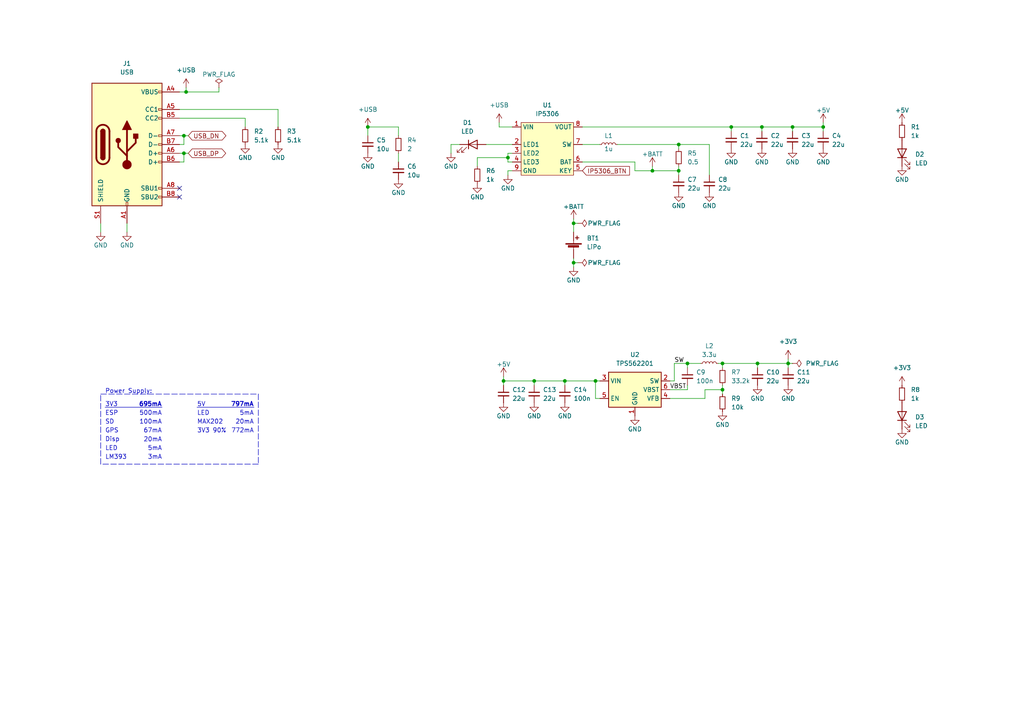
<source format=kicad_sch>
(kicad_sch (version 20211123) (generator eeschema)
  (paper "A4")
  (lib_symbols
    (symbol "Connector:USB_C_Receptacle_USB2.0" (pin_names (offset 1.016))
      (property "Reference" "J" (at -10.16 19.05 0))
      (property "Value" "USB_C_Receptacle_USB2.0" (at 19.05 19.05 0))
      (symbol "USB_C_Receptacle_USB2.0_0_0"
        (rectangle (start -0.254 -17.78) (end 0.254 -16.764))
        (rectangle (start 10.16 -14.986) (end 9.144 -15.494))
        (rectangle (start 10.16 -12.446) (end 9.144 -12.954))
        (rectangle (start 10.16 -4.826) (end 9.144 -5.334))
        (rectangle (start 10.16 -2.286) (end 9.144 -2.794))
        (rectangle (start 10.16 0.254) (end 9.144 -0.254))
        (rectangle (start 10.16 2.794) (end 9.144 2.286))
        (rectangle (start 10.16 7.874) (end 9.144 7.366))
        (rectangle (start 10.16 10.414) (end 9.144 9.906))
        (rectangle (start 10.16 15.494) (end 9.144 14.986))
      )
      (symbol "USB_C_Receptacle_USB2.0_0_1"
        (rectangle (start -10.16 17.78) (end 10.16 -17.78) (stroke (width 0.254)) (fill (type background)))
        (arc (start -8.89 -3.81) (mid -6.985 -5.715) (end -5.08 -3.81) (stroke (width 0.508)))
        (arc (start -7.62 -3.81) (mid -6.985 -4.445) (end -6.35 -3.81) (stroke (width 0.254)))
        (arc (start -7.62 -3.81) (mid -6.985 -4.445) (end -6.35 -3.81) (stroke (width 0.254)) (fill (type outline)))
        (rectangle (start -7.62 -3.81) (end -6.35 3.81) (stroke (width 0.254)) (fill (type outline)))
        (arc (start -6.35 3.81) (mid -6.985 4.445) (end -7.62 3.81) (stroke (width 0.254)))
        (arc (start -6.35 3.81) (mid -6.985 4.445) (end -7.62 3.81) (stroke (width 0.254)) (fill (type outline)))
        (arc (start -5.08 3.81) (mid -6.985 5.715) (end -8.89 3.81) (stroke (width 0.508)))
        (circle (center -2.54 1.143) (radius 0.635) (stroke (width 0.254)) (fill (type outline)))
        (circle (center 0 -5.842) (radius 1.27) (fill (type outline)))
        (polyline (pts (xy -8.89 -3.81) (xy -8.89 3.81)) (stroke (width 0.508)))
        (polyline (pts (xy -5.08 3.81) (xy -5.08 -3.81)) (stroke (width 0.508)))
        (polyline (pts (xy 0 -5.842) (xy 0 4.318)) (stroke (width 0.508)))
        (polyline (pts (xy 0 -3.302) (xy -2.54 -0.762) (xy -2.54 0.508)) (stroke (width 0.508)))
        (polyline (pts (xy 0 -2.032) (xy 2.54 0.508) (xy 2.54 1.778)) (stroke (width 0.508)))
        (polyline (pts (xy -1.27 4.318) (xy 0 6.858) (xy 1.27 4.318) (xy -1.27 4.318)) (stroke (width 0.254)) (fill (type outline)))
        (rectangle (start 1.905 1.778) (end 3.175 3.048) (stroke (width 0.254)) (fill (type outline)))
      )
      (symbol "USB_C_Receptacle_USB2.0_1_1"
        (pin passive line (at 0 -22.86 90) (length 5.08) (name "GND") (number "A1"))
        (pin passive line (at 0 -22.86 90) (length 5.08) hide (name "GND") (number "A12"))
        (pin passive line (at 15.24 15.24 180) (length 5.08) (name "VBUS") (number "A4"))
        (pin bidirectional line (at 15.24 10.16 180) (length 5.08) (name "CC1") (number "A5"))
        (pin bidirectional line (at 15.24 -2.54 180) (length 5.08) (name "D+") (number "A6"))
        (pin bidirectional line (at 15.24 2.54 180) (length 5.08) (name "D-") (number "A7"))
        (pin bidirectional line (at 15.24 -12.7 180) (length 5.08) (name "SBU1") (number "A8"))
        (pin passive line (at 15.24 15.24 180) (length 5.08) hide (name "VBUS") (number "A9"))
        (pin passive line (at 0 -22.86 90) (length 5.08) hide (name "GND") (number "B1"))
        (pin passive line (at 0 -22.86 90) (length 5.08) hide (name "GND") (number "B12"))
        (pin passive line (at 15.24 15.24 180) (length 5.08) hide (name "VBUS") (number "B4"))
        (pin bidirectional line (at 15.24 7.62 180) (length 5.08) (name "CC2") (number "B5"))
        (pin bidirectional line (at 15.24 -5.08 180) (length 5.08) (name "D+") (number "B6"))
        (pin bidirectional line (at 15.24 0 180) (length 5.08) (name "D-") (number "B7"))
        (pin bidirectional line (at 15.24 -15.24 180) (length 5.08) (name "SBU2") (number "B8"))
        (pin passive line (at 15.24 15.24 180) (length 5.08) hide (name "VBUS") (number "B9"))
        (pin passive line (at -7.62 -22.86 90) (length 5.08) (name "SHIELD") (number "S1"))
      )
    )
    (symbol "Device:Battery_Cell" (pin_numbers hide) (pin_names (offset 0) hide)
      (property "Reference" "BT" (at 2.54 2.54 0))
      (property "Value" "Battery_Cell" (at 2.54 0 0))
      (symbol "Battery_Cell_0_1"
        (rectangle (start -2.286 1.778) (end 2.286 1.524) (fill (type outline)))
        (rectangle (start -1.5748 1.1938) (end 1.4732 0.6858) (fill (type outline)))
        (polyline (pts (xy 0 0.762) (xy 0 0)))
        (polyline (pts (xy 0 1.778) (xy 0 2.54)))
        (polyline (pts (xy 0.508 3.429) (xy 1.524 3.429)) (stroke (width 0.254)))
        (polyline (pts (xy 1.016 3.937) (xy 1.016 2.921)) (stroke (width 0.254)))
      )
      (symbol "Battery_Cell_1_1"
        (pin passive line (at 0 5.08 270) (length 2.54) (name "+") (number "1"))
        (pin passive line (at 0 -2.54 90) (length 2.54) (name "-") (number "2"))
      )
    )
    (symbol "Device:C_Small" (pin_numbers hide) (pin_names (offset 0.254) hide)
      (property "Reference" "C" (at 0.254 1.778 0))
      (property "Value" "C_Small" (at 0.254 -2.032 0))
      (symbol "C_Small_0_1"
        (polyline (pts (xy -1.524 -0.508) (xy 1.524 -0.508)) (stroke (width 0.3302)))
        (polyline (pts (xy -1.524 0.508) (xy 1.524 0.508)) (stroke (width 0.3048)))
      )
      (symbol "C_Small_1_1"
        (pin passive line (at 0 2.54 270) (length 2.032) (name "~") (number "1"))
        (pin passive line (at 0 -2.54 90) (length 2.032) (name "~") (number "2"))
      )
    )
    (symbol "Device:LED" (pin_numbers hide) (pin_names (offset 1.016) hide)
      (property "Reference" "D" (at 0 2.54 0))
      (property "Value" "LED" (at 0 -2.54 0))
      (symbol "LED_0_1"
        (polyline (pts (xy -1.27 -1.27) (xy -1.27 1.27)) (stroke (width 0.254)))
        (polyline (pts (xy -1.27 0) (xy 1.27 0)))
        (polyline (pts (xy 1.27 -1.27) (xy 1.27 1.27) (xy -1.27 0) (xy 1.27 -1.27)) (stroke (width 0.254)))
        (polyline (pts (xy -3.048 -0.762) (xy -4.572 -2.286) (xy -3.81 -2.286) (xy -4.572 -2.286) (xy -4.572 -1.524)))
        (polyline (pts (xy -1.778 -0.762) (xy -3.302 -2.286) (xy -2.54 -2.286) (xy -3.302 -2.286) (xy -3.302 -1.524)))
      )
      (symbol "LED_1_1"
        (pin passive line (at -3.81 0 0) (length 2.54) (name "K") (number "1"))
        (pin passive line (at 3.81 0 180) (length 2.54) (name "A") (number "2"))
      )
    )
    (symbol "Device:L_Small" (pin_numbers hide) (pin_names (offset 0.254) hide)
      (property "Reference" "L" (at 0.762 1.016 0))
      (property "Value" "L_Small" (at 0.762 -1.016 0))
      (symbol "L_Small_0_1"
        (arc (start 0 -2.032) (mid 0.508 -1.524) (end 0 -1.016))
        (arc (start 0 -1.016) (mid 0.508 -0.508) (end 0 0))
        (arc (start 0 0) (mid 0.508 0.508) (end 0 1.016))
        (arc (start 0 1.016) (mid 0.508 1.524) (end 0 2.032))
      )
      (symbol "L_Small_1_1"
        (pin passive line (at 0 2.54 270) (length 0.508) (name "~") (number "1"))
        (pin passive line (at 0 -2.54 90) (length 0.508) (name "~") (number "2"))
      )
    )
    (symbol "Device:R_Small" (pin_numbers hide) (pin_names (offset 0.254) hide)
      (property "Reference" "R" (at 0.762 0.508 0))
      (property "Value" "R_Small" (at 0.762 -1.016 0))
      (symbol "R_Small_0_1"
        (rectangle (start -0.762 1.778) (end 0.762 -1.778) (stroke (width 0.2032)))
      )
      (symbol "R_Small_1_1"
        (pin passive line (at 0 2.54 270) (length 0.762) (name "~") (number "1"))
        (pin passive line (at 0 -2.54 90) (length 0.762) (name "~") (number "2"))
      )
    )
    (symbol "OBSPro:+USB" (power) (pin_names (offset 0))
      (property "Value" "+USB" (at 0 3.556 0))
      (symbol "+USB_0_1"
        (polyline (pts (xy -0.762 1.27) (xy 0 2.54)))
        (polyline (pts (xy 0 0) (xy 0 2.54)))
        (polyline (pts (xy 0 2.54) (xy 0.762 1.27)))
      )
      (symbol "+USB_1_1"
        (pin power_in line (at 0 0 90) (length 0) hide (name "+USB") (number "1"))
      )
    )
    (symbol "OBSPro:IP5306"
      (property "Reference" "U" (at 0 7.62 0))
      (property "Value" "IP5306" (at 0 -10.16 0))
      (symbol "IP5306_0_1"
        (rectangle (start -7.62 6.35) (end 7.62 -8.89) (fill (type background)))
      )
      (symbol "IP5306_1_1"
        (pin power_in line (at -10.16 5.08 0) (length 2.54) (name "VIN") (number "1"))
        (pin bidirectional line (at -10.16 0 0) (length 2.54) (name "LED1") (number "2"))
        (pin bidirectional line (at -10.16 -2.54 0) (length 2.54) (name "LED2") (number "3"))
        (pin bidirectional line (at -10.16 -5.08 0) (length 2.54) (name "LED3") (number "4"))
        (pin input line (at 10.16 -7.62 180) (length 2.54) (name "KEY") (number "5"))
        (pin passive line (at 10.16 -5.08 180) (length 2.54) (name "BAT") (number "6"))
        (pin passive line (at 10.16 0 180) (length 2.54) (name "SW") (number "7"))
        (pin power_out line (at 10.16 5.08 180) (length 2.54) (name "VOUT") (number "8"))
        (pin power_in line (at -10.16 -7.62 0) (length 2.54) (name "GND") (number "9"))
      )
    )
    (symbol "Regulator_Switching:TPS562200"
      (property "Reference" "U" (at -7.62 6.35 0))
      (property "Value" "TPS562200" (at -2.54 6.35 0))
      (symbol "TPS562200_0_1"
        (rectangle (start -7.62 5.08) (end 7.62 -5.08) (stroke (width 0.254)) (fill (type background)))
      )
      (symbol "TPS562200_1_1"
        (pin power_in line (at 0 -7.62 90) (length 2.54) (name "GND") (number "1"))
        (pin output line (at 10.16 2.54 180) (length 2.54) (name "SW") (number "2"))
        (pin power_in line (at -10.16 2.54 0) (length 2.54) (name "VIN") (number "3"))
        (pin input line (at 10.16 -2.54 180) (length 2.54) (name "VFB") (number "4"))
        (pin input line (at -10.16 -2.54 0) (length 2.54) (name "EN") (number "5"))
        (pin passive line (at 10.16 0 180) (length 2.54) (name "VBST") (number "6"))
      )
    )
    (symbol "power:+3V3" (power) (pin_names (offset 0))
      (property "Value" "+3V3" (at 0 3.556 0))
      (symbol "+3V3_0_1"
        (polyline (pts (xy -0.762 1.27) (xy 0 2.54)))
        (polyline (pts (xy 0 0) (xy 0 2.54)))
        (polyline (pts (xy 0 2.54) (xy 0.762 1.27)))
      )
      (symbol "+3V3_1_1"
        (pin power_in line (at 0 0 90) (length 0) hide (name "+3V3") (number "1"))
      )
    )
    (symbol "power:+5V" (power) (pin_names (offset 0))
      (property "Value" "+5V" (at 0 3.556 0))
      (symbol "+5V_0_1"
        (polyline (pts (xy -0.762 1.27) (xy 0 2.54)))
        (polyline (pts (xy 0 0) (xy 0 2.54)))
        (polyline (pts (xy 0 2.54) (xy 0.762 1.27)))
      )
      (symbol "+5V_1_1"
        (pin power_in line (at 0 0 90) (length 0) hide (name "+5V") (number "1"))
      )
    )
    (symbol "power:+BATT" (power) (pin_names (offset 0))
      (property "Value" "+BATT" (at 0 3.556 0))
      (symbol "+BATT_0_1"
        (polyline (pts (xy -0.762 1.27) (xy 0 2.54)))
        (polyline (pts (xy 0 0) (xy 0 2.54)))
        (polyline (pts (xy 0 2.54) (xy 0.762 1.27)))
      )
      (symbol "+BATT_1_1"
        (pin power_in line (at 0 0 90) (length 0) hide (name "+BATT") (number "1"))
      )
    )
    (symbol "power:GND" (power) (pin_names (offset 0))
      (property "Value" "GND" (at 0 -3.81 0))
      (symbol "GND_0_1"
        (polyline (pts (xy 0 0) (xy 0 -1.27) (xy 1.27 -1.27) (xy 0 -2.54) (xy -1.27 -1.27) (xy 0 -1.27)))
      )
      (symbol "GND_1_1"
        (pin power_in line (at 0 0 270) (length 0) hide (name "GND") (number "1"))
      )
    )
    (symbol "power:PWR_FLAG" (power) (pin_numbers hide) (pin_names (offset 0) hide)
      (property "Value" "PWR_FLAG" (at 0 3.81 0))
      (symbol "PWR_FLAG_0_0"
        (pin power_out line (at 0 0 90) (length 0) (name "pwr") (number "1"))
      )
      (symbol "PWR_FLAG_0_1"
        (polyline (pts (xy 0 0) (xy 0 1.27) (xy -1.016 1.905) (xy 0 2.54) (xy 1.016 1.905) (xy 0 1.27)))
      )
    )
  )
  (junction (at 146.05 110.49))
  (junction (at 53.975 26.67))
  (junction (at 219.71 105.41))
  (junction (at 196.85 49.53))
  (junction (at 209.55 105.41))
  (junction (at 228.6 105.41))
  (junction (at 172.72 110.49))
  (junction (at 163.83 110.49))
  (junction (at 166.37 64.77))
  (junction (at 154.94 110.49))
  (junction (at 229.87 36.83))
  (junction (at 189.23 49.53))
  (junction (at 53.34 44.45))
  (junction (at 106.68 36.83))
  (junction (at 196.85 41.91))
  (junction (at 238.76 36.83))
  (junction (at 209.55 113.03))
  (junction (at 53.34 39.37))
  (junction (at 147.32 45.72))
  (junction (at 166.37 76.2))
  (junction (at 212.09 36.83))
  (junction (at 220.98 36.83))
  (junction (at 199.39 105.41))
  (no_connect (at 52.07 54.61))
  (no_connect (at 52.07 57.15))
  (wire (pts (xy 212.09 36.83) (xy 220.98 36.83)))
  (wire (pts (xy 208.28 105.41) (xy 209.55 105.41)))
  (wire (pts (xy 212.09 36.83) (xy 212.09 38.1)))
  (wire (pts (xy 194.31 113.03) (xy 199.39 113.03)))
  (wire (pts (xy 204.47 115.57) (xy 194.31 115.57)))
  (wire (pts (xy 144.78 36.83) (xy 144.78 35.56)))
  (polyline (pts (xy 74.93 134.62) (xy 29.21 134.62)))
  (wire (pts (xy 36.83 64.77) (xy 36.83 67.31)))
  (wire (pts (xy 195.58 105.41) (xy 199.39 105.41)))
  (wire (pts (xy 204.47 113.03) (xy 204.47 115.57)))
  (wire (pts (xy 130.81 44.45) (xy 130.81 41.91)))
  (wire (pts (xy 229.87 36.83) (xy 238.76 36.83)))
  (wire (pts (xy 189.23 48.26) (xy 189.23 49.53)))
  (wire (pts (xy 52.07 31.75) (xy 80.645 31.75)))
  (wire (pts (xy 209.55 111.76) (xy 209.55 113.03)))
  (wire (pts (xy 63.5 25.4) (xy 63.5 26.67)))
  (wire (pts (xy 53.975 26.67) (xy 63.5 26.67)))
  (wire (pts (xy 205.74 41.91) (xy 196.85 41.91)))
  (wire (pts (xy 209.55 113.03) (xy 204.47 113.03)))
  (wire (pts (xy 146.05 110.49) (xy 146.05 111.76)))
  (wire (pts (xy 29.21 67.31) (xy 29.21 64.77)))
  (wire (pts (xy 199.39 113.03) (xy 199.39 111.76)))
  (wire (pts (xy 166.37 63.5) (xy 166.37 64.77)))
  (wire (pts (xy 166.37 64.77) (xy 166.37 67.31)))
  (wire (pts (xy 166.37 76.2) (xy 167.64 76.2)))
  (wire (pts (xy 172.72 110.49) (xy 173.99 110.49)))
  (wire (pts (xy 189.23 49.53) (xy 196.85 49.53)))
  (wire (pts (xy 173.99 115.57) (xy 172.72 115.57)))
  (wire (pts (xy 199.39 105.41) (xy 203.2 105.41)))
  (wire (pts (xy 147.32 45.72) (xy 147.32 46.99)))
  (wire (pts (xy 52.07 41.91) (xy 53.34 41.91)))
  (wire (pts (xy 53.34 44.45) (xy 54.61 44.45)))
  (wire (pts (xy 130.81 41.91) (xy 133.35 41.91)))
  (wire (pts (xy 147.32 45.72) (xy 138.43 45.72)))
  (wire (pts (xy 71.12 34.29) (xy 71.12 36.83)))
  (wire (pts (xy 238.76 35.56) (xy 238.76 36.83)))
  (wire (pts (xy 168.91 41.91) (xy 173.99 41.91)))
  (wire (pts (xy 196.85 50.8) (xy 196.85 49.53)))
  (wire (pts (xy 172.72 115.57) (xy 172.72 110.49)))
  (wire (pts (xy 166.37 77.47) (xy 166.37 76.2)))
  (wire (pts (xy 168.91 36.83) (xy 212.09 36.83)))
  (wire (pts (xy 184.15 49.53) (xy 189.23 49.53)))
  (wire (pts (xy 115.57 44.45) (xy 115.57 46.99)))
  (wire (pts (xy 228.6 105.41) (xy 228.6 106.68)))
  (wire (pts (xy 147.32 49.53) (xy 148.59 49.53)))
  (polyline (pts (xy 74.93 114.3) (xy 74.93 134.62)))
  (wire (pts (xy 205.74 41.91) (xy 205.74 50.8)))
  (wire (pts (xy 163.83 110.49) (xy 172.72 110.49)))
  (wire (pts (xy 209.55 113.03) (xy 209.55 114.3)))
  (polyline (pts (xy 29.21 134.62) (xy 29.21 114.3)))
  (wire (pts (xy 220.98 36.83) (xy 220.98 38.1)))
  (wire (pts (xy 53.34 41.91) (xy 53.34 39.37)))
  (polyline (pts (xy 30.48 118.11) (xy 46.99 118.11)) (stroke (width 0) (type solid)))
  (wire (pts (xy 154.94 110.49) (xy 163.83 110.49)))
  (wire (pts (xy 219.71 105.41) (xy 228.6 105.41)))
  (wire (pts (xy 80.645 31.75) (xy 80.645 36.83)))
  (wire (pts (xy 147.32 44.45) (xy 147.32 45.72)))
  (wire (pts (xy 220.98 36.83) (xy 229.87 36.83)))
  (wire (pts (xy 53.34 46.99) (xy 53.34 44.45)))
  (wire (pts (xy 106.68 36.83) (xy 106.68 39.37)))
  (wire (pts (xy 209.55 105.41) (xy 209.55 106.68)))
  (polyline (pts (xy 29.21 114.3) (xy 74.93 114.3)))
  (wire (pts (xy 196.85 48.26) (xy 196.85 49.53)))
  (wire (pts (xy 195.58 110.49) (xy 195.58 105.41)))
  (wire (pts (xy 148.59 44.45) (xy 147.32 44.45)))
  (wire (pts (xy 148.59 36.83) (xy 144.78 36.83)))
  (wire (pts (xy 147.32 50.8) (xy 147.32 49.53)))
  (wire (pts (xy 229.87 36.83) (xy 229.87 38.1)))
  (wire (pts (xy 154.94 110.49) (xy 154.94 111.76)))
  (wire (pts (xy 184.15 49.53) (xy 184.15 46.99)))
  (wire (pts (xy 138.43 45.72) (xy 138.43 48.26)))
  (wire (pts (xy 140.97 41.91) (xy 148.59 41.91)))
  (wire (pts (xy 147.32 46.99) (xy 148.59 46.99)))
  (wire (pts (xy 53.34 39.37) (xy 54.61 39.37)))
  (wire (pts (xy 52.07 34.29) (xy 71.12 34.29)))
  (wire (pts (xy 146.05 110.49) (xy 154.94 110.49)))
  (wire (pts (xy 199.39 105.41) (xy 199.39 106.68)))
  (wire (pts (xy 52.07 39.37) (xy 53.34 39.37)))
  (wire (pts (xy 106.68 36.83) (xy 115.57 36.83)))
  (wire (pts (xy 196.85 41.91) (xy 196.85 43.18)))
  (wire (pts (xy 219.71 105.41) (xy 219.71 106.68)))
  (wire (pts (xy 209.55 105.41) (xy 219.71 105.41)))
  (wire (pts (xy 228.6 105.41) (xy 229.87 105.41)))
  (wire (pts (xy 146.05 109.22) (xy 146.05 110.49)))
  (wire (pts (xy 179.07 41.91) (xy 196.85 41.91)))
  (wire (pts (xy 52.07 26.67) (xy 53.975 26.67)))
  (wire (pts (xy 184.15 46.99) (xy 168.91 46.99)))
  (wire (pts (xy 194.31 110.49) (xy 195.58 110.49)))
  (wire (pts (xy 53.975 26.67) (xy 53.975 25.4)))
  (wire (pts (xy 115.57 36.83) (xy 115.57 39.37)))
  (wire (pts (xy 52.07 46.99) (xy 53.34 46.99)))
  (polyline (pts (xy 57.15 118.11) (xy 73.66 118.11)) (stroke (width 0) (type solid)))
  (wire (pts (xy 166.37 76.2) (xy 166.37 74.93)))
  (wire (pts (xy 163.83 110.49) (xy 163.83 111.76)))
  (wire (pts (xy 238.76 36.83) (xy 238.76 38.1)))
  (wire (pts (xy 52.07 44.45) (xy 53.34 44.45)))
  (wire (pts (xy 228.6 104.14) (xy 228.6 105.41)))
  (wire (pts (xy 166.37 64.77) (xy 167.64 64.77)))
  (text "3V3 90%" (at 57.15 125.73 0) (effects (font (size 1.27 1.27)) (justify left bottom)))
  (text "Power Supply:" (at 30.48 114.3 0) (effects (font (size 1.27 1.27)) (justify left bottom)))
  (text "GPS" (at 30.48 125.73 0) (effects (font (size 1.27 1.27)) (justify left bottom)))
  (text "100mA" (at 46.99 123.19 180) (effects (font (size 1.27 1.27)) (justify right bottom)))
  (text "3mA" (at 47.0131 133.4055 180) (effects (font (size 1.27 1.27)) (justify right bottom)))
  (text "5mA" (at 73.66 120.65 180) (effects (font (size 1.27 1.27)) (justify right bottom)))
  (text "772mA" (at 73.66 125.73 180) (effects (font (size 1.27 1.27)) (justify right bottom)))
  (text "500mA" (at 46.99 120.65 180) (effects (font (size 1.27 1.27)) (justify right bottom)))
  (text "LM393" (at 30.5031 133.4055 0) (effects (font (size 1.27 1.27)) (justify left bottom)))
  (text "797mA" (at 73.66 118.11 180) (effects (font (size 1.27 1.27) (thickness 0.254) bold) (justify right bottom)))
  (text "67mA" (at 46.99 125.73 180) (effects (font (size 1.27 1.27)) (justify right bottom)))
  (text "MAX202" (at 57.15 123.19 0) (effects (font (size 1.27 1.27)) (justify left bottom)))
  (text "20mA" (at 73.66 123.19 180) (effects (font (size 1.27 1.27)) (justify right bottom)))
  (text "695mA" (at 46.99 118.11 180) (effects (font (size 1.27 1.27) (thickness 0.254) bold) (justify right bottom)))
  (text "20mA" (at 47.0131 128.3255 180) (effects (font (size 1.27 1.27)) (justify right bottom)))
  (text "3V3" (at 30.48 118.11 0) (effects (font (size 1.27 1.27)) (justify left bottom)))
  (text "LED" (at 57.15 120.65 0) (effects (font (size 1.27 1.27)) (justify left bottom)))
  (text "ESP" (at 30.48 120.65 0) (effects (font (size 1.27 1.27)) (justify left bottom)))
  (text "SD" (at 30.48 123.19 0) (effects (font (size 1.27 1.27)) (justify left bottom)))
  (text "5V" (at 57.15 118.11 0) (effects (font (size 1.27 1.27)) (justify left bottom)))
  (text "Disp" (at 30.48 128.27 0) (effects (font (size 1.27 1.27)) (justify left bottom)))
  (text "5mA" (at 47.0131 130.8655 180) (effects (font (size 1.27 1.27)) (justify right bottom)))
  (text "LED" (at 30.5031 130.8655 0) (effects (font (size 1.27 1.27)) (justify left bottom)))
  (label "SW" (at 195.58 105.41 0))
  (label "VBST" (at 194.31 113.03 0))
  (global_label "IP5306_BTN" (shape input) (at 168.91 49.53 0) (property "Referenzen zwischen Schaltplänen" "${INTERSHEET_REFS}" (effects hide)))
  (global_label "USB_DN" (shape bidirectional) (at 54.61 39.37 0) (property "Referenzen zwischen Schaltplänen" "${INTERSHEET_REFS}" (effects hide)))
  (global_label "USB_DP" (shape bidirectional) (at 54.61 44.45 0) (property "Referenzen zwischen Schaltplänen" "${INTERSHEET_REFS}" (effects hide)))
  (symbol (lib_id "Device:Battery_Cell") (at 166.37 72.39 0) (unit 1)
    (property "Reference" "BT1" (at 170.18 69.0879 0) (effects (justify left)))
    (property "Value" "LiPo" (at 170.18 71.6279 0) (effects (justify left)))
    (property "Footprint" "Connector_JST:JST_XH_B2B-XH-A_1x02_P2.50mm_Vertical" (effects hide))
    (property "JLC_PN" "C2979476" (effects hide))
    (property "MPN" "HC-XH-2A-M" (effects hide))
    (property "Manufacturer" "HCTL" (effects hide))
  )
  (symbol (lib_id "Device:C_Small") (at 238.76 40.64 0) (unit 1)
    (property "Reference" "C4" (at 241.3 39.3762 0) (effects (justify left)))
    (property "Value" "22u" (at 241.3 41.9162 0) (effects (justify left)))
    (property "Footprint" "Capacitor_SMD:C_1206_3216Metric" (effects hide))
    (property "JLC_BasicPart" "yes" (effects hide))
    (property "JLC_PN" "C5672" (effects hide))
    (property "MPN" "CL31A226KPHNNNE" (effects hide))
    (property "Manufacturer" "Samsung Electro-Mechanics" (effects hide))
    (property "PCBA" "yes" (effects hide))
    (property "kicost:JLC:pricing" "1: USD 0.0192; 150: USD 0.0186" (effects hide))
  )
  (symbol (lib_id "Device:C_Small") (at 196.85 53.34 0) (unit 1)
    (property "Reference" "C7" (at 199.39 52.0762 0) (effects (justify left)))
    (property "Value" "22u" (at 199.39 54.6162 0) (effects (justify left)))
    (property "Footprint" "Capacitor_SMD:C_1206_3216Metric" (effects hide))
    (property "Reference" "C?" (effects hide))
    (property "Value" "22u" (effects hide))
    (property "JLC_BasicPart" "yes" (effects hide))
    (property "JLC_PN" "C5672" (effects hide))
    (property "MPN" "CL31A226KPHNNNE" (effects hide))
    (property "Manufacturer" "Samsung Electro-Mechanics" (effects hide))
    (property "PCBA" "yes" (effects hide))
    (property "kicost:JLC:pricing" "1: USD 0.0192; 150: USD 0.0186" (effects hide))
  )
  (symbol (lib_id "Device:R_Small") (at 115.57 41.91 0) (unit 1)
    (property "Reference" "R4" (at 118.11 40.6399 0) (effects (justify left)))
    (property "Value" "2" (at 118.11 43.1799 0) (effects (justify left)))
    (property "Footprint" "Resistor_SMD:R_0603_1608Metric" (effects hide))
    (property "Reference" "R?" (effects hide))
    (property "Value" "2" (effects hide))
    (property "JLC_BasicPart" "yes" (effects hide))
    (property "Manufacturer" "UNI-ROYAL(Uniroyal Elec)" (effects hide))
    (property "PCBA" "yes" (effects hide))
    (property "JLC_PN" "C22977" (effects hide))
    (property "MPN" "0603WAF200KT5E" (effects hide))
    (property "kicost:JLC:pricing" "1: USD 0.0014; 200: USD 0.0011; 1000: USD 0.0009" (effects hide))
  )
  (symbol (lib_id "Device:L_Small") (at 176.53 41.91 90) (unit 1)
    (property "Reference" "L1" (at 176.53 39.37 90))
    (property "Value" "1u" (at 176.53 43.18 90))
    (property "Footprint" "Inductor_SMD:L_Vishay_IFSC-1515AH_4x4x1.8mm" (effects hide))
    (property "MPN" "WPN4020H1R0MT" (effects hide))
    (property "Manufacturer" "Sunlord" (effects hide))
    (property "JLC_PN" "C98359" (effects hide))
    (property "JLC_BasicPart" "no" (effects hide))
    (property "Reference" "L?" (effects hide))
    (property "Value" "1u" (effects hide))
    (property "PCBA" "yes" (effects hide))
    (property "kicost:JLC:pricing" "1: USD 0.0815; 50: USD 0.0672; 150: USD 0.0600; 500: USD 0.0546; 3000: USD 0.0504; 6000: USD 0.0483" (effects hide))
  )
  (symbol (lib_id "power:GND") (at 115.57 52.07 0) (unit 1)
    (property "Reference" "#PWR017" (effects hide))
    (property "Value" "GND" (at 115.57 55.88 0))
  )
  (symbol (lib_id "power:PWR_FLAG") (at 229.87 105.41 270) (unit 1)
    (property "Reference" "#FLG04" (effects hide))
    (property "Value" "PWR_FLAG" (at 233.68 105.4099 90) (effects (justify left)))
  )
  (symbol (lib_id "power:GND") (at 154.94 116.84 0) (unit 1)
    (property "Reference" "#PWR031" (effects hide))
    (property "Value" "GND" (at 154.94 120.65 0))
  )
  (symbol (lib_id "power:+BATT") (at 189.23 48.26 0) (unit 1)
    (property "Reference" "#PWR014" (effects hide))
    (property "Value" "+BATT" (at 189.23 44.704 0))
  )
  (symbol (lib_id "power:GND") (at 229.87 43.18 0) (unit 1)
    (property "Reference" "#PWR010" (effects hide))
    (property "Value" "GND" (at 229.87 46.99 0))
  )
  (symbol (lib_id "Device:R_Small") (at 196.85 45.72 0) (unit 1)
    (property "Reference" "R5" (at 199.39 44.4499 0) (effects (justify left)))
    (property "Value" "0.5" (at 199.39 46.9899 0) (effects (justify left)))
    (property "Footprint" "Resistor_SMD:R_0603_1608Metric" (effects hide))
    (property "Reference" "R?" (effects hide))
    (property "Value" "0.5" (effects hide))
    (property "JLC_BasicPart" "no" (effects hide))
    (property "Manufacturer" "UNI-ROYAL(Uniroyal Elec)" (effects hide))
    (property "PCBA" "yes" (effects hide))
    (property "JLC_PN" "C45312" (effects hide))
    (property "MPN" "0603WAF500LT5E" (effects hide))
    (property "kicost:JLC:pricing" "1: USD 0.0044; 200: USD 0.0037; 1000: USD 0.0033; 2000: USD 0.0032; 10000: USD 0.0029; 20000: USD 0.0028" (effects hide))
  )
  (symbol (lib_id "Device:C_Small") (at 115.57 49.53 0) (unit 1)
    (property "Reference" "C6" (at 118.11 48.2662 0) (effects (justify left)))
    (property "Value" "10u" (at 118.11 50.8062 0) (effects (justify left)))
    (property "Footprint" "Capacitor_SMD:C_0603_1608Metric" (effects hide))
    (property "JLC_PN" "C19702" (effects hide))
    (property "JLC_Price1" "0.062" (effects hide))
    (property "JLC_Price10" "0.0062" (effects hide))
    (property "JLC_Price100" "0.0031" (effects hide))
    (property "JLC_Price1000" "0.0029" (effects hide))
    (property "MPN" "CL10A106KP8NNNC" (effects hide))
    (property "Manufacturer" "Samsung Electro-Mechanics" (effects hide))
    (property "JLC_BasicPart" "yes" (effects hide))
    (property "PCBA" "yes" (effects hide))
    (property "kicost:JLC:pricing" "1: USD 0.062; 10: USD 0.0062; 100: USD 0.0031; 1000: USD 0.0029" (effects hide))
  )
  (symbol (lib_id "Device:R_Small") (at 261.62 114.3 0) (unit 1)
    (property "Reference" "R8" (at 264.16 113.0299 0) (effects (justify left)))
    (property "Value" "1k" (at 264.16 115.5699 0) (effects (justify left)))
    (property "Footprint" "Resistor_SMD:R_0603_1608Metric" (effects hide))
    (property "Reference" "R?" (effects hide))
    (property "Value" "1k" (effects hide))
    (property "JLC_BasicPart" "yes" (effects hide))
    (property "JLC_PN" "C21190" (effects hide))
    (property "MPN" "0603WAF1001T5E" (effects hide))
    (property "Manufacturer" "UNI-ROYAL(Uniroyal Elec)" (effects hide))
    (property "PCBA" "yes" (effects hide))
    (property "kicost:JLC:pricing" "1: USD 0.0005; 200: USD 0.0004" (effects hide))
  )
  (symbol (lib_id "power:PWR_FLAG") (at 167.64 76.2 270) (unit 1)
    (property "Reference" "#FLG03" (effects hide))
    (property "Value" "PWR_FLAG" (at 175.26 76.2 90))
  )
  (symbol (lib_id "Device:C_Small") (at 205.74 53.34 0) (unit 1)
    (property "Reference" "C8" (at 208.28 52.0762 0) (effects (justify left)))
    (property "Value" "22u" (at 208.28 54.6162 0) (effects (justify left)))
    (property "Footprint" "Capacitor_SMD:C_1206_3216Metric" (effects hide))
    (property "JLC_BasicPart" "yes" (effects hide))
    (property "JLC_PN" "C5672" (effects hide))
    (property "MPN" "CL31A226KPHNNNE" (effects hide))
    (property "Manufacturer" "Samsung Electro-Mechanics" (effects hide))
    (property "PCBA" "yes" (effects hide))
    (property "kicost:JLC:pricing" "1: USD 0.0192; 150: USD 0.0186" (effects hide))
  )
  (symbol (lib_id "power:GND") (at 220.98 43.18 0) (unit 1)
    (property "Reference" "#PWR09" (effects hide))
    (property "Value" "GND" (at 220.98 46.99 0))
  )
  (symbol (lib_id "OBSPro:+USB") (at 106.68 36.83 0) (unit 1)
    (property "Reference" "#PWR05" (effects hide))
    (property "Value" "+USB" (at 106.68 31.75 0))
  )
  (symbol (lib_id "power:GND") (at 29.21 67.31 0) (unit 1)
    (property "Reference" "#PWR022" (effects hide))
    (property "Value" "GND" (at 29.21 71.12 0))
  )
  (symbol (lib_id "power:GND") (at 219.71 111.76 0) (unit 1)
    (property "Reference" "#PWR027" (effects hide))
    (property "Value" "GND" (at 219.71 115.57 0))
  )
  (symbol (lib_id "power:GND") (at 196.85 55.88 0) (unit 1)
    (property "Reference" "#PWR019" (effects hide))
    (property "Value" "GND" (at 196.85 59.69 0))
  )
  (symbol (lib_id "power:+5V") (at 261.62 35.56 0) (unit 1)
    (property "Reference" "#PWR04" (effects hide))
    (property "Value" "+5V" (at 261.62 32.004 0))
  )
  (symbol (lib_id "Device:C_Small") (at 229.87 40.64 0) (unit 1)
    (property "Reference" "C3" (at 232.41 39.3762 0) (effects (justify left)))
    (property "Value" "22u" (at 232.41 41.9162 0) (effects (justify left)))
    (property "Footprint" "Capacitor_SMD:C_1206_3216Metric" (effects hide))
    (property "JLC_BasicPart" "yes" (effects hide))
    (property "JLC_PN" "C5672" (effects hide))
    (property "MPN" "CL31A226KPHNNNE" (effects hide))
    (property "Manufacturer" "Samsung Electro-Mechanics" (effects hide))
    (property "PCBA" "yes" (effects hide))
    (property "kicost:JLC:pricing" "1: USD 0.0192; 150: USD 0.0186" (effects hide))
  )
  (symbol (lib_id "Device:C_Small") (at 106.68 41.91 0) (unit 1)
    (property "Reference" "C5" (at 109.22 40.6462 0) (effects (justify left)))
    (property "Value" "10u" (at 109.22 43.1862 0) (effects (justify left)))
    (property "Footprint" "Capacitor_SMD:C_0603_1608Metric" (effects hide))
    (property "JLC_PN" "C19702" (effects hide))
    (property "JLC_Price1" "0.062" (effects hide))
    (property "JLC_Price10" "0.0062" (effects hide))
    (property "JLC_Price100" "0.0031" (effects hide))
    (property "JLC_Price1000" "0.0029" (effects hide))
    (property "MPN" "CL10A106KP8NNNC" (effects hide))
    (property "Manufacturer" "Samsung Electro-Mechanics" (effects hide))
    (property "JLC_BasicPart" "yes" (effects hide))
    (property "PCBA" "yes" (effects hide))
    (property "kicost:JLC:pricing" "1: USD 0.062; 10: USD 0.0062; 100: USD 0.0031; 1000: USD 0.0029" (effects hide))
  )
  (symbol (lib_id "power:GND") (at 261.62 48.26 0) (unit 1)
    (property "Reference" "#PWR015" (effects hide))
    (property "Value" "GND" (at 261.62 52.07 0))
  )
  (symbol (lib_id "OBSPro:IP5306") (at 158.75 41.91 0) (unit 1)
    (property "Reference" "U1" (at 158.75 30.48 0))
    (property "Value" "IP5306" (at 158.75 33.02 0))
    (property "Footprint" "Package_SO:HSOP-8-1EP_3.9x4.9mm_P1.27mm_EP2.3x2.3mm" (effects hide))
    (property "JLC_BasicPart" "no" (effects hide))
    (property "JLC_PN" "C181692" (effects hide))
    (property "MPN" "IP5306" (effects hide))
    (property "Manufacturer" "INJOINIC" (effects hide))
    (property "PCBA" "yes" (effects hide))
    (property "kicost:JLC:pricing" "1: USD 0.2895; 10: USD 0.2292; 30: USD 0.1998; 100: USD 0.1734; 500: USD 0.1662; 4000: USD 0.1592; 800: USD 0.1619; 1600: USD 0.1605" (effects hide))
  )
  (symbol (lib_id "Device:LED") (at 137.16 41.91 0) (unit 1)
    (property "Reference" "D1" (at 135.5725 35.56 0))
    (property "Value" "LED" (at 135.5725 38.1 0))
    (property "Footprint" "LED_SMD:LED_0603_1608Metric" (effects hide))
    (property "JLC_PN" "C2286" (effects hide))
    (property "JLC_Price1" "0.106" (effects hide))
    (property "JLC_Price10" "0.0106" (effects hide))
    (property "JLC_Price100" "0.0053" (effects hide))
    (property "JLC_Price1000" "0.0036" (effects hide))
    (property "MPN" "KT-0603R" (effects hide))
    (property "Manufacturer" "Hubei KENTO Elec" (effects hide))
    (property "JLC_BasicPart" "yes" (effects hide))
    (property "PCBA" "yes" (effects hide))
    (property "kicost:JLC:pricing" "1: USD 0.106; 10: USD 0.0106; 100: USD 0.0053; 1000: USD 0.0036" (effects hide))
  )
  (symbol (lib_id "Device:R_Small") (at 209.55 109.22 0) (unit 1)
    (property "Reference" "R7" (at 212.09 107.9499 0) (effects (justify left)))
    (property "Value" "33.2k" (at 212.09 110.4899 0) (effects (justify left)))
    (property "Footprint" "Resistor_SMD:R_0603_1608Metric" (effects hide))
    (property "JLC_PN" "C23003" (effects hide))
    (property "MPN" "0603WAF3322T5E" (effects hide))
    (property "Manufacturer" "UNI-ROYAL(Uniroyal Elec)" (effects hide))
  )
  (symbol (lib_id "power:GND") (at 130.81 44.45 0) (unit 1)
    (property "Reference" "#PWR013" (effects hide))
    (property "Value" "GND" (at 130.81 48.26 0))
  )
  (symbol (lib_id "Connector:USB_C_Receptacle_USB2.0") (at 36.83 41.91 0) (unit 1)
    (property "Reference" "J1" (at 36.83 18.415 0))
    (property "Value" "USB" (at 36.83 20.955 0))
    (property "Footprint" "OBSPro:TYPE-C-31-M-12" (effects hide))
    (property "Datasheet" "https://www.usb.org/sites/default/files/documents/usb_type-c.zip" (effects hide))
    (property "JLC_PN" "C165948" (effects hide))
    (property "JLC_Price1" "0.1675" (effects hide))
    (property "JLC_Price10" "0.1309" (effects hide))
    (property "JLC_Price100" "0.0972" (effects hide))
    (property "JLC_Price1000" "0.0902" (effects hide))
    (property "MPN" "TYPE-C-31-M-12" (effects hide))
    (property "Manufacturer" "Korean Hroparts Elec" (effects hide))
    (property "JLC_BasicPart" "no" (effects hide))
    (property "PCBA" "yes" (effects hide))
    (property "kicost:JLC:pricing" "1: USD 0.1675; 10: USD 0.1309; 100: USD 0.0972; 1000: USD 0.0902" (effects hide))
  )
  (symbol (lib_id "OBSPro:+USB") (at 144.78 35.56 0) (unit 1)
    (property "Reference" "#PWR02" (effects hide))
    (property "Value" "+USB" (at 144.78 30.48 0))
  )
  (symbol (lib_id "power:GND") (at 146.05 116.84 0) (unit 1)
    (property "Reference" "#PWR030" (effects hide))
    (property "Value" "GND" (at 146.05 120.65 0))
  )
  (symbol (lib_id "power:GND") (at 184.15 120.65 0) (unit 1)
    (property "Reference" "#PWR034" (effects hide))
    (property "Value" "GND" (at 184.15 124.46 0))
  )
  (symbol (lib_id "Device:R_Small") (at 261.62 38.1 0) (unit 1)
    (property "Reference" "R1" (at 264.16 36.8299 0) (effects (justify left)))
    (property "Value" "1k" (at 264.16 39.3699 0) (effects (justify left)))
    (property "Footprint" "Resistor_SMD:R_0603_1608Metric" (effects hide))
    (property "Reference" "R?" (effects hide))
    (property "Value" "1k" (effects hide))
    (property "JLC_BasicPart" "yes" (effects hide))
    (property "JLC_PN" "C21190" (effects hide))
    (property "MPN" "0603WAF1001T5E" (effects hide))
    (property "Manufacturer" "UNI-ROYAL(Uniroyal Elec)" (effects hide))
    (property "PCBA" "yes" (effects hide))
    (property "kicost:JLC:pricing" "1: USD 0.0005; 200: USD 0.0004" (effects hide))
  )
  (symbol (lib_id "power:PWR_FLAG") (at 63.5 25.4 0) (unit 1)
    (property "Reference" "#FLG01" (effects hide))
    (property "Value" "PWR_FLAG" (at 63.5 21.59 0))
  )
  (symbol (lib_id "Device:C_Small") (at 154.94 114.3 0) (unit 1)
    (property "Reference" "C13" (at 157.48 113.0362 0) (effects (justify left)))
    (property "Value" "22u" (at 157.48 115.5762 0) (effects (justify left)))
    (property "Footprint" "Capacitor_SMD:C_1206_3216Metric" (effects hide))
    (property "JLC_BasicPart" "yes" (effects hide))
    (property "JLC_PN" "C5672" (effects hide))
    (property "MPN" "CL31A226KPHNNNE" (effects hide))
    (property "Manufacturer" "Samsung Electro-Mechanics" (effects hide))
    (property "PCBA" "yes" (effects hide))
    (property "kicost:JLC:pricing" "1: USD 0.0192; 150: USD 0.0186" (effects hide))
  )
  (symbol (lib_id "power:GND") (at 261.62 124.46 0) (unit 1)
    (property "Reference" "#PWR035" (effects hide))
    (property "Value" "GND" (at 261.62 128.27 0))
  )
  (symbol (lib_id "Device:R_Small") (at 209.55 116.84 0) (unit 1)
    (property "Reference" "R9" (at 212.09 115.5699 0) (effects (justify left)))
    (property "Value" "10k" (at 212.09 118.1099 0) (effects (justify left)))
    (property "Footprint" "Resistor_SMD:R_0603_1608Metric" (effects hide))
    (property "JLC_PN" "C25197" (effects hide))
    (property "MPN" "0603WAF510KT5E" (effects hide))
    (property "Manufacturer" "UNI-ROYAL(Uniroyal Elec)" (effects hide))
  )
  (symbol (lib_id "Device:R_Small") (at 80.645 39.37 0) (unit 1)
    (property "Reference" "R3" (at 83.185 38.0999 0) (effects (justify left)))
    (property "Value" "5.1k" (at 83.185 40.6399 0) (effects (justify left)))
    (property "Footprint" "Resistor_SMD:R_0603_1608Metric" (effects hide))
    (property "PCBA" "yes" (effects hide))
    (property "JLC_BasicPart" "yes" (effects hide))
    (property "JLC_PN" "C23186" (effects hide))
    (property "MPN" "0603WAF5101T5E" (effects hide))
    (property "Manufacturer" "UNI-ROYAL(Uniroyal Elec)" (effects hide))
    (property "kicost:JLC:pricing" "1: USD 0.0009; 200: USD 0.0007; 1000: USD 0.0006; 10000: USD 0.0005" (effects hide))
  )
  (symbol (lib_id "power:GND") (at 209.55 119.38 0) (unit 1)
    (property "Reference" "#PWR033" (effects hide))
    (property "Value" "GND" (at 209.55 123.19 0))
  )
  (symbol (lib_id "power:PWR_FLAG") (at 167.64 64.77 270) (unit 1)
    (property "Reference" "#FLG02" (effects hide))
    (property "Value" "PWR_FLAG" (at 175.26 64.77 90))
  )
  (symbol (lib_id "power:GND") (at 71.12 41.91 0) (unit 1)
    (property "Reference" "#PWR06" (effects hide))
    (property "Value" "GND" (at 71.12 45.72 0))
  )
  (symbol (lib_id "power:GND") (at 163.83 116.84 0) (unit 1)
    (property "Reference" "#PWR032" (effects hide))
    (property "Value" "GND" (at 163.83 120.65 0))
  )
  (symbol (lib_id "Device:C_Small") (at 212.09 40.64 0) (unit 1)
    (property "Reference" "C1" (at 214.63 39.3762 0) (effects (justify left)))
    (property "Value" "22u" (at 214.63 41.9162 0) (effects (justify left)))
    (property "Footprint" "Capacitor_SMD:C_1206_3216Metric" (effects hide))
    (property "JLC_BasicPart" "yes" (effects hide))
    (property "JLC_PN" "C5672" (effects hide))
    (property "MPN" "CL31A226KPHNNNE" (effects hide))
    (property "Manufacturer" "Samsung Electro-Mechanics" (effects hide))
    (property "PCBA" "yes" (effects hide))
    (property "kicost:JLC:pricing" "1: USD 0.0192; 150: USD 0.0186" (effects hide))
  )
  (symbol (lib_id "Device:LED") (at 261.62 44.45 90) (unit 1)
    (property "Reference" "D2" (at 265.43 44.7674 90) (effects (justify right)))
    (property "Value" "LED" (at 265.43 47.3074 90) (effects (justify right)))
    (property "Footprint" "LED_SMD:LED_0603_1608Metric" (effects hide))
    (property "JLC_PN" "C2286" (effects hide))
    (property "JLC_Price1" "0.106" (effects hide))
    (property "JLC_Price10" "0.0106" (effects hide))
    (property "JLC_Price100" "0.0053" (effects hide))
    (property "JLC_Price1000" "0.0036" (effects hide))
    (property "MPN" "KT-0603R" (effects hide))
    (property "Manufacturer" "Hubei KENTO Elec" (effects hide))
    (property "JLC_BasicPart" "yes" (effects hide))
    (property "PCBA" "yes" (effects hide))
    (property "kicost:JLC:pricing" "1: USD 0.106; 10: USD 0.0106; 100: USD 0.0053; 1000: USD 0.0036" (effects hide))
  )
  (symbol (lib_id "Device:R_Small") (at 71.12 39.37 0) (unit 1)
    (property "Reference" "R2" (at 73.66 38.0999 0) (effects (justify left)))
    (property "Value" "5.1k" (at 73.66 40.6399 0) (effects (justify left)))
    (property "Footprint" "Resistor_SMD:R_0603_1608Metric" (effects hide))
    (property "PCBA" "yes" (effects hide))
    (property "JLC_BasicPart" "yes" (effects hide))
    (property "JLC_PN" "C23186" (effects hide))
    (property "MPN" "0603WAF5101T5E" (effects hide))
    (property "Manufacturer" "UNI-ROYAL(Uniroyal Elec)" (effects hide))
    (property "kicost:JLC:pricing" "1: USD 0.0009; 200: USD 0.0007; 1000: USD 0.0006; 10000: USD 0.0005" (effects hide))
  )
  (symbol (lib_id "Device:C_Small") (at 146.05 114.3 0) (unit 1)
    (property "Reference" "C12" (at 148.59 113.0362 0) (effects (justify left)))
    (property "Value" "22u" (at 148.59 115.5762 0) (effects (justify left)))
    (property "Footprint" "Capacitor_SMD:C_1206_3216Metric" (effects hide))
    (property "JLC_BasicPart" "yes" (effects hide))
    (property "JLC_PN" "C5672" (effects hide))
    (property "MPN" "CL31A226KPHNNNE" (effects hide))
    (property "Manufacturer" "Samsung Electro-Mechanics" (effects hide))
    (property "PCBA" "yes" (effects hide))
    (property "kicost:JLC:pricing" "1: USD 0.0192; 150: USD 0.0186" (effects hide))
  )
  (symbol (lib_id "power:GND") (at 205.74 55.88 0) (unit 1)
    (property "Reference" "#PWR020" (effects hide))
    (property "Value" "GND" (at 205.74 59.69 0))
  )
  (symbol (lib_id "Device:LED") (at 261.62 120.65 90) (unit 1)
    (property "Reference" "D3" (at 265.43 120.9674 90) (effects (justify right)))
    (property "Value" "LED" (at 265.43 123.5074 90) (effects (justify right)))
    (property "Footprint" "LED_SMD:LED_0603_1608Metric" (effects hide))
    (property "JLC_PN" "C2286" (effects hide))
    (property "JLC_Price1" "0.106" (effects hide))
    (property "JLC_Price10" "0.0106" (effects hide))
    (property "JLC_Price100" "0.0053" (effects hide))
    (property "JLC_Price1000" "0.0036" (effects hide))
    (property "MPN" "KT-0603R" (effects hide))
    (property "Manufacturer" "Hubei KENTO Elec" (effects hide))
    (property "JLC_BasicPart" "yes" (effects hide))
    (property "PCBA" "yes" (effects hide))
    (property "kicost:JLC:pricing" "1: USD 0.106; 10: USD 0.0106; 100: USD 0.0053; 1000: USD 0.0036" (effects hide))
  )
  (symbol (lib_id "power:GND") (at 212.09 43.18 0) (unit 1)
    (property "Reference" "#PWR08" (effects hide))
    (property "Value" "GND" (at 212.09 46.99 0))
  )
  (symbol (lib_id "Device:R_Small") (at 138.43 50.8 0) (unit 1)
    (property "Reference" "R6" (at 140.97 49.5299 0) (effects (justify left)))
    (property "Value" "1k" (at 140.97 52.0699 0) (effects (justify left)))
    (property "Footprint" "Resistor_SMD:R_0603_1608Metric" (effects hide))
    (property "Reference" "R?" (effects hide))
    (property "Value" "1k" (effects hide))
    (property "JLC_BasicPart" "yes" (effects hide))
    (property "JLC_PN" "C21190" (effects hide))
    (property "MPN" "0603WAF1001T5E" (effects hide))
    (property "Manufacturer" "UNI-ROYAL(Uniroyal Elec)" (effects hide))
    (property "PCBA" "yes" (effects hide))
    (property "kicost:JLC:pricing" "1: USD 0.0005; 200: USD 0.0004" (effects hide))
  )
  (symbol (lib_id "Device:C_Small") (at 163.83 114.3 0) (unit 1)
    (property "Reference" "C14" (at 166.37 113.0362 0) (effects (justify left)))
    (property "Value" "100n" (at 166.37 115.5762 0) (effects (justify left)))
    (property "Footprint" "Capacitor_SMD:C_0603_1608Metric" (effects hide))
    (property "JLC_PN" "C14663" (effects hide))
    (property "JLC_Price1" "0.042" (effects hide))
    (property "JLC_Price10" "0.0042" (effects hide))
    (property "JLC_Price100" "0.0021" (effects hide))
    (property "JLC_Price1000" "0.0014" (effects hide))
    (property "MPN" "CC0603KRX7R9BB104" (effects hide))
    (property "Manufacturer" "YAGEO" (effects hide))
    (property "JLC_BasicPart" "yes" (effects hide))
    (property "PCBA" "yes" (effects hide))
    (property "kicost:JLC:pricing" "1: USD 0.0020; 200: USD 0.0016; 800: USD 0.0013; 1600: USD 0.0012; 9600: USD 0.0011" (effects hide))
  )
  (symbol (lib_id "power:+5V") (at 238.76 35.56 0) (unit 1)
    (property "Reference" "#PWR03" (effects hide))
    (property "Value" "+5V" (at 238.76 32.004 0))
  )
  (symbol (lib_id "power:GND") (at 106.68 44.45 0) (unit 1)
    (property "Reference" "#PWR012" (effects hide))
    (property "Value" "GND" (at 106.68 48.26 0))
  )
  (symbol (lib_id "power:GND") (at 228.6 111.76 0) (unit 1)
    (property "Reference" "#PWR028" (effects hide))
    (property "Value" "GND" (at 228.6 115.57 0))
  )
  (symbol (lib_id "power:GND") (at 147.32 50.8 0) (unit 1)
    (property "Reference" "#PWR016" (effects hide))
    (property "Value" "GND" (at 147.32 54.61 0))
  )
  (symbol (lib_id "power:+3V3") (at 261.62 111.76 0) (unit 1)
    (property "Reference" "#PWR029" (effects hide))
    (property "Value" "+3V3" (at 261.62 106.68 0))
  )
  (symbol (lib_id "power:GND") (at 138.43 53.34 0) (unit 1)
    (property "Reference" "#PWR018" (effects hide))
    (property "Value" "GND" (at 138.43 57.15 0))
  )
  (symbol (lib_id "power:GND") (at 36.83 67.31 0) (unit 1)
    (property "Reference" "#PWR023" (effects hide))
    (property "Value" "GND" (at 36.83 71.12 0))
  )
  (symbol (lib_id "Device:L_Small") (at 205.74 105.41 90) (unit 1)
    (property "Reference" "L2" (at 205.74 100.33 90))
    (property "Value" "3.3u" (at 205.74 102.87 90))
    (property "Footprint" "Inductor_SMD:L_Vishay_IFSC-1515AH_4x4x1.8mm" (effects hide))
    (property "JLC_PN" "C98362" (effects hide))
    (property "MPN" "WPN4020H3R3MT" (effects hide))
    (property "Manufacturer" "Sunlord" (effects hide))
  )
  (symbol (lib_id "OBSPro:+USB") (at 53.975 25.4 0) (unit 1)
    (property "Reference" "#PWR01" (effects hide))
    (property "Value" "+USB" (at 53.975 20.32 0))
  )
  (symbol (lib_id "power:GND") (at 238.76 43.18 0) (unit 1)
    (property "Reference" "#PWR011" (effects hide))
    (property "Value" "GND" (at 238.76 46.99 0))
  )
  (symbol (lib_id "Regulator_Switching:TPS562200") (at 184.15 113.03 0) (unit 1)
    (property "Reference" "U2" (at 184.15 102.87 0))
    (property "Value" "TPS562201" (at 184.15 105.41 0))
    (property "Footprint" "Package_TO_SOT_SMD:SOT-23-6" (effects hide))
    (property "Datasheet" "http://www.ti.com/lit/ds/symlink/tps563200.pdf" (effects hide))
    (property "MPN" "TPS562201DDCR" (effects hide))
    (property "Manufacturer" "Texas Instruments" (effects hide))
    (property "JLC_PN" "C90061" (effects hide))
  )
  (symbol (lib_id "power:GND") (at 80.645 41.91 0) (unit 1)
    (property "Reference" "#PWR07" (effects hide))
    (property "Value" "GND" (at 80.645 45.72 0))
  )
  (symbol (lib_id "Device:C_Small") (at 220.98 40.64 0) (unit 1)
    (property "Reference" "C2" (at 223.52 39.3762 0) (effects (justify left)))
    (property "Value" "22u" (at 223.52 41.9162 0) (effects (justify left)))
    (property "Footprint" "Capacitor_SMD:C_1206_3216Metric" (effects hide))
    (property "JLC_BasicPart" "yes" (effects hide))
    (property "JLC_PN" "C5672" (effects hide))
    (property "MPN" "CL31A226KPHNNNE" (effects hide))
    (property "Manufacturer" "Samsung Electro-Mechanics" (effects hide))
    (property "PCBA" "yes" (effects hide))
    (property "kicost:JLC:pricing" "1: USD 0.0192; 150: USD 0.0186" (effects hide))
  )
  (symbol (lib_id "power:+BATT") (at 166.37 63.5 0) (unit 1)
    (property "Reference" "#PWR021" (effects hide))
    (property "Value" "+BATT" (at 166.37 59.944 0))
  )
  (symbol (lib_id "power:+3V3") (at 228.6 104.14 0) (unit 1)
    (property "Reference" "#PWR025" (effects hide))
    (property "Value" "+3V3" (at 228.6 99.06 0))
  )
  (symbol (lib_id "power:+5V") (at 146.05 109.22 0) (unit 1)
    (property "Reference" "#PWR026" (effects hide))
    (property "Value" "+5V" (at 146.05 105.664 0))
  )
  (symbol (lib_id "Device:C_Small") (at 228.6 109.22 0) (unit 1)
    (property "Reference" "C11" (at 231.14 107.9562 0) (effects (justify left)))
    (property "Value" "22u" (at 231.14 110.4962 0) (effects (justify left)))
    (property "Footprint" "Capacitor_SMD:C_1206_3216Metric" (effects hide))
    (property "JLC_BasicPart" "yes" (effects hide))
    (property "JLC_PN" "C5672" (effects hide))
    (property "MPN" "CL31A226KPHNNNE" (effects hide))
    (property "Manufacturer" "Samsung Electro-Mechanics" (effects hide))
    (property "PCBA" "yes" (effects hide))
    (property "kicost:JLC:pricing" "1: USD 0.0192; 150: USD 0.0186" (effects hide))
  )
  (symbol (lib_id "power:GND") (at 166.37 77.47 0) (unit 1)
    (property "Reference" "#PWR024" (effects hide))
    (property "Value" "GND" (at 166.37 81.28 0))
  )
  (symbol (lib_id "Device:C_Small") (at 199.39 109.22 0) (unit 1)
    (property "Reference" "C9" (at 201.93 107.9562 0) (effects (justify left)))
    (property "Value" "100n" (at 201.93 110.4962 0) (effects (justify left)))
    (property "Footprint" "Capacitor_SMD:C_0603_1608Metric" (effects hide))
    (property "JLC_PN" "C14663" (effects hide))
    (property "JLC_Price1" "0.042" (effects hide))
    (property "JLC_Price10" "0.0042" (effects hide))
    (property "JLC_Price100" "0.0021" (effects hide))
    (property "JLC_Price1000" "0.0014" (effects hide))
    (property "MPN" "CC0603KRX7R9BB104" (effects hide))
    (property "Manufacturer" "YAGEO" (effects hide))
    (property "JLC_BasicPart" "yes" (effects hide))
    (property "PCBA" "yes" (effects hide))
    (property "kicost:JLC:pricing" "1: USD 0.0020; 200: USD 0.0016; 800: USD 0.0013; 1600: USD 0.0012; 9600: USD 0.0011" (effects hide))
  )
  (symbol (lib_id "Device:C_Small") (at 219.71 109.22 0) (unit 1)
    (property "Reference" "C10" (at 222.25 107.9562 0) (effects (justify left)))
    (property "Value" "22u" (at 222.25 110.4962 0) (effects (justify left)))
    (property "Footprint" "Capacitor_SMD:C_1206_3216Metric" (effects hide))
    (property "JLC_BasicPart" "yes" (effects hide))
    (property "JLC_PN" "C5672" (effects hide))
    (property "MPN" "CL31A226KPHNNNE" (effects hide))
    (property "Manufacturer" "Samsung Electro-Mechanics" (effects hide))
    (property "PCBA" "yes" (effects hide))
    (property "kicost:JLC:pricing" "1: USD 0.0192; 150: USD 0.0186" (effects hide))
  )
)
</source>
